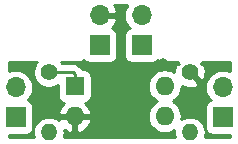
<source format=gbr>
G04 #@! TF.GenerationSoftware,KiCad,Pcbnew,(5.1.4)-1*
G04 #@! TF.CreationDate,2019-10-21T16:34:43-04:00*
G04 #@! TF.ProjectId,relay_ctrl_turbo,72656c61-795f-4637-9472-6c5f74757262,rev?*
G04 #@! TF.SameCoordinates,Original*
G04 #@! TF.FileFunction,Copper,L2,Bot*
G04 #@! TF.FilePolarity,Positive*
%FSLAX46Y46*%
G04 Gerber Fmt 4.6, Leading zero omitted, Abs format (unit mm)*
G04 Created by KiCad (PCBNEW (5.1.4)-1) date 2019-10-21 16:34:44*
%MOMM*%
%LPD*%
G04 APERTURE LIST*
%ADD10O,1.700000X1.700000*%
%ADD11R,1.700000X1.700000*%
%ADD12O,1.600000X1.600000*%
%ADD13R,1.600000X1.600000*%
%ADD14O,1.400000X1.400000*%
%ADD15C,1.400000*%
%ADD16C,0.800000*%
%ADD17C,0.250000*%
%ADD18C,0.254000*%
G04 APERTURE END LIST*
D10*
X160528000Y-40640000D03*
D11*
X160528000Y-43180000D03*
D12*
X162466000Y-46644000D03*
X154846000Y-49184000D03*
X162466000Y-49184000D03*
D13*
X154846000Y-46644000D03*
D14*
X152654000Y-50546000D03*
D15*
X152654000Y-45466000D03*
D14*
X164592000Y-50546000D03*
D15*
X164592000Y-45466000D03*
D10*
X149860000Y-46736000D03*
D11*
X149860000Y-49276000D03*
D10*
X167386000Y-46736000D03*
D11*
X167386000Y-49276000D03*
D10*
X156972000Y-40640000D03*
D11*
X156972000Y-43180000D03*
D16*
X164592000Y-48006000D03*
X166370000Y-44958000D03*
X162306000Y-44704000D03*
D17*
X153643949Y-45466000D02*
X152654000Y-45466000D01*
X154718000Y-45466000D02*
X153643949Y-45466000D01*
X154846000Y-45594000D02*
X154718000Y-45466000D01*
X154846000Y-46644000D02*
X154846000Y-45594000D01*
D18*
G36*
X167996000Y-45378229D02*
G01*
X167957034Y-45357401D01*
X167677111Y-45272487D01*
X167458950Y-45251000D01*
X167313050Y-45251000D01*
X167094889Y-45272487D01*
X166814966Y-45357401D01*
X166556986Y-45495294D01*
X166330866Y-45680866D01*
X166145294Y-45906986D01*
X166007401Y-46164966D01*
X165922487Y-46444889D01*
X165893815Y-46736000D01*
X165922487Y-47027111D01*
X166007401Y-47307034D01*
X166145294Y-47565014D01*
X166330866Y-47791134D01*
X166360687Y-47815607D01*
X166291820Y-47836498D01*
X166181506Y-47895463D01*
X166084815Y-47974815D01*
X166005463Y-48071506D01*
X165946498Y-48181820D01*
X165910188Y-48301518D01*
X165897928Y-48426000D01*
X165897928Y-50126000D01*
X165910188Y-50250482D01*
X165946498Y-50370180D01*
X166005463Y-50480494D01*
X166084815Y-50577185D01*
X166181506Y-50656537D01*
X166291820Y-50715502D01*
X166411518Y-50751812D01*
X166536000Y-50764072D01*
X167996001Y-50764072D01*
X167996001Y-50902000D01*
X165879079Y-50902000D01*
X165907683Y-50807706D01*
X165933459Y-50546000D01*
X165907683Y-50284294D01*
X165831347Y-50032646D01*
X165707382Y-49800725D01*
X165540555Y-49597445D01*
X165337275Y-49430618D01*
X165105354Y-49306653D01*
X164853706Y-49230317D01*
X164657579Y-49211000D01*
X164526421Y-49211000D01*
X164330294Y-49230317D01*
X164078646Y-49306653D01*
X163885705Y-49409783D01*
X163907943Y-49184000D01*
X163880236Y-48902691D01*
X163798182Y-48632192D01*
X163664932Y-48382899D01*
X163485608Y-48164392D01*
X163267101Y-47985068D01*
X163134142Y-47914000D01*
X163267101Y-47842932D01*
X163485608Y-47663608D01*
X163664932Y-47445101D01*
X163798182Y-47195808D01*
X163880236Y-46925309D01*
X163907943Y-46644000D01*
X163903081Y-46594632D01*
X163909797Y-46621037D01*
X164148242Y-46731934D01*
X164403740Y-46794183D01*
X164666473Y-46805390D01*
X164926344Y-46765125D01*
X165173366Y-46674935D01*
X165274203Y-46621037D01*
X165333664Y-46387269D01*
X164592000Y-45645605D01*
X164577858Y-45659748D01*
X164398253Y-45480143D01*
X164412395Y-45466000D01*
X164398253Y-45451858D01*
X164577858Y-45272253D01*
X164592000Y-45286395D01*
X164606143Y-45272253D01*
X164785748Y-45451858D01*
X164771605Y-45466000D01*
X165513269Y-46207664D01*
X165747037Y-46148203D01*
X165857934Y-45909758D01*
X165920183Y-45654260D01*
X165931390Y-45391527D01*
X165891125Y-45131656D01*
X165800935Y-44884634D01*
X165747037Y-44783797D01*
X165513271Y-44724337D01*
X165629925Y-44607683D01*
X165624242Y-44602000D01*
X167996000Y-44602000D01*
X167996000Y-45378229D01*
X167996000Y-45378229D01*
G37*
X167996000Y-45378229D02*
X167957034Y-45357401D01*
X167677111Y-45272487D01*
X167458950Y-45251000D01*
X167313050Y-45251000D01*
X167094889Y-45272487D01*
X166814966Y-45357401D01*
X166556986Y-45495294D01*
X166330866Y-45680866D01*
X166145294Y-45906986D01*
X166007401Y-46164966D01*
X165922487Y-46444889D01*
X165893815Y-46736000D01*
X165922487Y-47027111D01*
X166007401Y-47307034D01*
X166145294Y-47565014D01*
X166330866Y-47791134D01*
X166360687Y-47815607D01*
X166291820Y-47836498D01*
X166181506Y-47895463D01*
X166084815Y-47974815D01*
X166005463Y-48071506D01*
X165946498Y-48181820D01*
X165910188Y-48301518D01*
X165897928Y-48426000D01*
X165897928Y-50126000D01*
X165910188Y-50250482D01*
X165946498Y-50370180D01*
X166005463Y-50480494D01*
X166084815Y-50577185D01*
X166181506Y-50656537D01*
X166291820Y-50715502D01*
X166411518Y-50751812D01*
X166536000Y-50764072D01*
X167996001Y-50764072D01*
X167996001Y-50902000D01*
X165879079Y-50902000D01*
X165907683Y-50807706D01*
X165933459Y-50546000D01*
X165907683Y-50284294D01*
X165831347Y-50032646D01*
X165707382Y-49800725D01*
X165540555Y-49597445D01*
X165337275Y-49430618D01*
X165105354Y-49306653D01*
X164853706Y-49230317D01*
X164657579Y-49211000D01*
X164526421Y-49211000D01*
X164330294Y-49230317D01*
X164078646Y-49306653D01*
X163885705Y-49409783D01*
X163907943Y-49184000D01*
X163880236Y-48902691D01*
X163798182Y-48632192D01*
X163664932Y-48382899D01*
X163485608Y-48164392D01*
X163267101Y-47985068D01*
X163134142Y-47914000D01*
X163267101Y-47842932D01*
X163485608Y-47663608D01*
X163664932Y-47445101D01*
X163798182Y-47195808D01*
X163880236Y-46925309D01*
X163907943Y-46644000D01*
X163903081Y-46594632D01*
X163909797Y-46621037D01*
X164148242Y-46731934D01*
X164403740Y-46794183D01*
X164666473Y-46805390D01*
X164926344Y-46765125D01*
X165173366Y-46674935D01*
X165274203Y-46621037D01*
X165333664Y-46387269D01*
X164592000Y-45645605D01*
X164577858Y-45659748D01*
X164398253Y-45480143D01*
X164412395Y-45466000D01*
X164398253Y-45451858D01*
X164577858Y-45272253D01*
X164592000Y-45286395D01*
X164606143Y-45272253D01*
X164785748Y-45451858D01*
X164771605Y-45466000D01*
X165513269Y-46207664D01*
X165747037Y-46148203D01*
X165857934Y-45909758D01*
X165920183Y-45654260D01*
X165931390Y-45391527D01*
X165891125Y-45131656D01*
X165800935Y-44884634D01*
X165747037Y-44783797D01*
X165513271Y-44724337D01*
X165629925Y-44607683D01*
X165624242Y-44602000D01*
X167996000Y-44602000D01*
X167996000Y-45378229D01*
G36*
X159287294Y-39810986D02*
G01*
X159149401Y-40068966D01*
X159064487Y-40348889D01*
X159035815Y-40640000D01*
X159064487Y-40931111D01*
X159149401Y-41211034D01*
X159287294Y-41469014D01*
X159472866Y-41695134D01*
X159502687Y-41719607D01*
X159433820Y-41740498D01*
X159323506Y-41799463D01*
X159226815Y-41878815D01*
X159147463Y-41975506D01*
X159088498Y-42085820D01*
X159052188Y-42205518D01*
X159039928Y-42330000D01*
X159039928Y-44030000D01*
X159052188Y-44154482D01*
X159088498Y-44274180D01*
X159147463Y-44384494D01*
X159226815Y-44481185D01*
X159323506Y-44560537D01*
X159433820Y-44619502D01*
X159553518Y-44655812D01*
X159678000Y-44668072D01*
X161378000Y-44668072D01*
X161502482Y-44655812D01*
X161622180Y-44619502D01*
X161732494Y-44560537D01*
X161829185Y-44481185D01*
X161866795Y-44435357D01*
X161937550Y-44493425D01*
X162052207Y-44554710D01*
X162176617Y-44592450D01*
X162273581Y-44602000D01*
X162306000Y-44605193D01*
X162338419Y-44602000D01*
X163559758Y-44602000D01*
X163554075Y-44607683D01*
X163670729Y-44724337D01*
X163436963Y-44783797D01*
X163326066Y-45022242D01*
X163263817Y-45277740D01*
X163256912Y-45439622D01*
X163017808Y-45311818D01*
X162747309Y-45229764D01*
X162536492Y-45209000D01*
X162395508Y-45209000D01*
X162184691Y-45229764D01*
X161914192Y-45311818D01*
X161664899Y-45445068D01*
X161446392Y-45624392D01*
X161267068Y-45842899D01*
X161133818Y-46092192D01*
X161051764Y-46362691D01*
X161024057Y-46644000D01*
X161051764Y-46925309D01*
X161133818Y-47195808D01*
X161267068Y-47445101D01*
X161446392Y-47663608D01*
X161664899Y-47842932D01*
X161797858Y-47914000D01*
X161664899Y-47985068D01*
X161446392Y-48164392D01*
X161267068Y-48382899D01*
X161133818Y-48632192D01*
X161051764Y-48902691D01*
X161024057Y-49184000D01*
X161051764Y-49465309D01*
X161133818Y-49735808D01*
X161267068Y-49985101D01*
X161446392Y-50203608D01*
X161664899Y-50382932D01*
X161914192Y-50516182D01*
X162184691Y-50598236D01*
X162395508Y-50619000D01*
X162536492Y-50619000D01*
X162747309Y-50598236D01*
X163017808Y-50516182D01*
X163266574Y-50383214D01*
X163250541Y-50546000D01*
X163276317Y-50807706D01*
X163304921Y-50902000D01*
X153941079Y-50902000D01*
X153969683Y-50807706D01*
X153995459Y-50546000D01*
X153973239Y-50320398D01*
X153990869Y-50336385D01*
X154232119Y-50481070D01*
X154496960Y-50575909D01*
X154719000Y-50454624D01*
X154719000Y-49311000D01*
X154973000Y-49311000D01*
X154973000Y-50454624D01*
X155195040Y-50575909D01*
X155459881Y-50481070D01*
X155701131Y-50336385D01*
X155909519Y-50147414D01*
X156077037Y-49921420D01*
X156197246Y-49667087D01*
X156237904Y-49533039D01*
X156115915Y-49311000D01*
X154973000Y-49311000D01*
X154719000Y-49311000D01*
X153576085Y-49311000D01*
X153475843Y-49493456D01*
X153399275Y-49430618D01*
X153167354Y-49306653D01*
X152915706Y-49230317D01*
X152719579Y-49211000D01*
X152588421Y-49211000D01*
X152392294Y-49230317D01*
X152140646Y-49306653D01*
X151908725Y-49430618D01*
X151705445Y-49597445D01*
X151538618Y-49800725D01*
X151414653Y-50032646D01*
X151338317Y-50284294D01*
X151312541Y-50546000D01*
X151338317Y-50807706D01*
X151366921Y-50902000D01*
X149250000Y-50902000D01*
X149250000Y-50764072D01*
X150710000Y-50764072D01*
X150834482Y-50751812D01*
X150954180Y-50715502D01*
X151064494Y-50656537D01*
X151161185Y-50577185D01*
X151240537Y-50480494D01*
X151299502Y-50370180D01*
X151335812Y-50250482D01*
X151348072Y-50126000D01*
X151348072Y-48426000D01*
X151335812Y-48301518D01*
X151299502Y-48181820D01*
X151240537Y-48071506D01*
X151161185Y-47974815D01*
X151064494Y-47895463D01*
X150954180Y-47836498D01*
X150885313Y-47815607D01*
X150915134Y-47791134D01*
X151100706Y-47565014D01*
X151238599Y-47307034D01*
X151323513Y-47027111D01*
X151352185Y-46736000D01*
X151323513Y-46444889D01*
X151238599Y-46164966D01*
X151100706Y-45906986D01*
X150915134Y-45680866D01*
X150689014Y-45495294D01*
X150431034Y-45357401D01*
X150151111Y-45272487D01*
X149932950Y-45251000D01*
X149787050Y-45251000D01*
X149568889Y-45272487D01*
X149288966Y-45357401D01*
X149250000Y-45378229D01*
X149250000Y-44602000D01*
X151630025Y-44602000D01*
X151617038Y-44614987D01*
X151470939Y-44833641D01*
X151370304Y-45076595D01*
X151319000Y-45334514D01*
X151319000Y-45597486D01*
X151370304Y-45855405D01*
X151470939Y-46098359D01*
X151617038Y-46317013D01*
X151802987Y-46502962D01*
X152021641Y-46649061D01*
X152264595Y-46749696D01*
X152522514Y-46801000D01*
X152785486Y-46801000D01*
X153043405Y-46749696D01*
X153286359Y-46649061D01*
X153407928Y-46567832D01*
X153407928Y-47444000D01*
X153420188Y-47568482D01*
X153456498Y-47688180D01*
X153515463Y-47798494D01*
X153594815Y-47895185D01*
X153691506Y-47974537D01*
X153801820Y-48033502D01*
X153921518Y-48069812D01*
X153946080Y-48072231D01*
X153782481Y-48220586D01*
X153614963Y-48446580D01*
X153494754Y-48700913D01*
X153454096Y-48834961D01*
X153576085Y-49057000D01*
X154719000Y-49057000D01*
X154719000Y-49037000D01*
X154973000Y-49037000D01*
X154973000Y-49057000D01*
X156115915Y-49057000D01*
X156237904Y-48834961D01*
X156197246Y-48700913D01*
X156077037Y-48446580D01*
X155909519Y-48220586D01*
X155745920Y-48072231D01*
X155770482Y-48069812D01*
X155890180Y-48033502D01*
X156000494Y-47974537D01*
X156097185Y-47895185D01*
X156176537Y-47798494D01*
X156235502Y-47688180D01*
X156271812Y-47568482D01*
X156284072Y-47444000D01*
X156284072Y-45844000D01*
X156271812Y-45719518D01*
X156235502Y-45599820D01*
X156176537Y-45489506D01*
X156097185Y-45392815D01*
X156000494Y-45313463D01*
X155890180Y-45254498D01*
X155770482Y-45218188D01*
X155646000Y-45205928D01*
X155500326Y-45205928D01*
X155480974Y-45169724D01*
X155386001Y-45053999D01*
X155356997Y-45030196D01*
X155281804Y-44955003D01*
X155258001Y-44925999D01*
X155142276Y-44831026D01*
X155010247Y-44760454D01*
X154866986Y-44716997D01*
X154755333Y-44706000D01*
X154755322Y-44706000D01*
X154718000Y-44702324D01*
X154680678Y-44706000D01*
X153751775Y-44706000D01*
X153690962Y-44614987D01*
X153677975Y-44602000D01*
X155161581Y-44602000D01*
X155194000Y-44605193D01*
X155226419Y-44602000D01*
X155323383Y-44592450D01*
X155447793Y-44554710D01*
X155562450Y-44493425D01*
X155633205Y-44435357D01*
X155670815Y-44481185D01*
X155767506Y-44560537D01*
X155877820Y-44619502D01*
X155997518Y-44655812D01*
X156122000Y-44668072D01*
X157822000Y-44668072D01*
X157946482Y-44655812D01*
X158066180Y-44619502D01*
X158176494Y-44560537D01*
X158273185Y-44481185D01*
X158352537Y-44384494D01*
X158411502Y-44274180D01*
X158447812Y-44154482D01*
X158460072Y-44030000D01*
X158460072Y-42330000D01*
X158447812Y-42205518D01*
X158411502Y-42085820D01*
X158352537Y-41975506D01*
X158273185Y-41878815D01*
X158176494Y-41799463D01*
X158066180Y-41740498D01*
X157985534Y-41716034D01*
X158069588Y-41640269D01*
X158243641Y-41406920D01*
X158368825Y-41144099D01*
X158413476Y-40996890D01*
X158292155Y-40767000D01*
X157099000Y-40767000D01*
X157099000Y-40787000D01*
X156845000Y-40787000D01*
X156845000Y-40767000D01*
X156825000Y-40767000D01*
X156825000Y-40513000D01*
X156845000Y-40513000D01*
X156845000Y-40493000D01*
X157099000Y-40493000D01*
X157099000Y-40513000D01*
X158292155Y-40513000D01*
X158413476Y-40283110D01*
X158368825Y-40135901D01*
X158243641Y-39873080D01*
X158171230Y-39776000D01*
X159316006Y-39776000D01*
X159287294Y-39810986D01*
X159287294Y-39810986D01*
G37*
X159287294Y-39810986D02*
X159149401Y-40068966D01*
X159064487Y-40348889D01*
X159035815Y-40640000D01*
X159064487Y-40931111D01*
X159149401Y-41211034D01*
X159287294Y-41469014D01*
X159472866Y-41695134D01*
X159502687Y-41719607D01*
X159433820Y-41740498D01*
X159323506Y-41799463D01*
X159226815Y-41878815D01*
X159147463Y-41975506D01*
X159088498Y-42085820D01*
X159052188Y-42205518D01*
X159039928Y-42330000D01*
X159039928Y-44030000D01*
X159052188Y-44154482D01*
X159088498Y-44274180D01*
X159147463Y-44384494D01*
X159226815Y-44481185D01*
X159323506Y-44560537D01*
X159433820Y-44619502D01*
X159553518Y-44655812D01*
X159678000Y-44668072D01*
X161378000Y-44668072D01*
X161502482Y-44655812D01*
X161622180Y-44619502D01*
X161732494Y-44560537D01*
X161829185Y-44481185D01*
X161866795Y-44435357D01*
X161937550Y-44493425D01*
X162052207Y-44554710D01*
X162176617Y-44592450D01*
X162273581Y-44602000D01*
X162306000Y-44605193D01*
X162338419Y-44602000D01*
X163559758Y-44602000D01*
X163554075Y-44607683D01*
X163670729Y-44724337D01*
X163436963Y-44783797D01*
X163326066Y-45022242D01*
X163263817Y-45277740D01*
X163256912Y-45439622D01*
X163017808Y-45311818D01*
X162747309Y-45229764D01*
X162536492Y-45209000D01*
X162395508Y-45209000D01*
X162184691Y-45229764D01*
X161914192Y-45311818D01*
X161664899Y-45445068D01*
X161446392Y-45624392D01*
X161267068Y-45842899D01*
X161133818Y-46092192D01*
X161051764Y-46362691D01*
X161024057Y-46644000D01*
X161051764Y-46925309D01*
X161133818Y-47195808D01*
X161267068Y-47445101D01*
X161446392Y-47663608D01*
X161664899Y-47842932D01*
X161797858Y-47914000D01*
X161664899Y-47985068D01*
X161446392Y-48164392D01*
X161267068Y-48382899D01*
X161133818Y-48632192D01*
X161051764Y-48902691D01*
X161024057Y-49184000D01*
X161051764Y-49465309D01*
X161133818Y-49735808D01*
X161267068Y-49985101D01*
X161446392Y-50203608D01*
X161664899Y-50382932D01*
X161914192Y-50516182D01*
X162184691Y-50598236D01*
X162395508Y-50619000D01*
X162536492Y-50619000D01*
X162747309Y-50598236D01*
X163017808Y-50516182D01*
X163266574Y-50383214D01*
X163250541Y-50546000D01*
X163276317Y-50807706D01*
X163304921Y-50902000D01*
X153941079Y-50902000D01*
X153969683Y-50807706D01*
X153995459Y-50546000D01*
X153973239Y-50320398D01*
X153990869Y-50336385D01*
X154232119Y-50481070D01*
X154496960Y-50575909D01*
X154719000Y-50454624D01*
X154719000Y-49311000D01*
X154973000Y-49311000D01*
X154973000Y-50454624D01*
X155195040Y-50575909D01*
X155459881Y-50481070D01*
X155701131Y-50336385D01*
X155909519Y-50147414D01*
X156077037Y-49921420D01*
X156197246Y-49667087D01*
X156237904Y-49533039D01*
X156115915Y-49311000D01*
X154973000Y-49311000D01*
X154719000Y-49311000D01*
X153576085Y-49311000D01*
X153475843Y-49493456D01*
X153399275Y-49430618D01*
X153167354Y-49306653D01*
X152915706Y-49230317D01*
X152719579Y-49211000D01*
X152588421Y-49211000D01*
X152392294Y-49230317D01*
X152140646Y-49306653D01*
X151908725Y-49430618D01*
X151705445Y-49597445D01*
X151538618Y-49800725D01*
X151414653Y-50032646D01*
X151338317Y-50284294D01*
X151312541Y-50546000D01*
X151338317Y-50807706D01*
X151366921Y-50902000D01*
X149250000Y-50902000D01*
X149250000Y-50764072D01*
X150710000Y-50764072D01*
X150834482Y-50751812D01*
X150954180Y-50715502D01*
X151064494Y-50656537D01*
X151161185Y-50577185D01*
X151240537Y-50480494D01*
X151299502Y-50370180D01*
X151335812Y-50250482D01*
X151348072Y-50126000D01*
X151348072Y-48426000D01*
X151335812Y-48301518D01*
X151299502Y-48181820D01*
X151240537Y-48071506D01*
X151161185Y-47974815D01*
X151064494Y-47895463D01*
X150954180Y-47836498D01*
X150885313Y-47815607D01*
X150915134Y-47791134D01*
X151100706Y-47565014D01*
X151238599Y-47307034D01*
X151323513Y-47027111D01*
X151352185Y-46736000D01*
X151323513Y-46444889D01*
X151238599Y-46164966D01*
X151100706Y-45906986D01*
X150915134Y-45680866D01*
X150689014Y-45495294D01*
X150431034Y-45357401D01*
X150151111Y-45272487D01*
X149932950Y-45251000D01*
X149787050Y-45251000D01*
X149568889Y-45272487D01*
X149288966Y-45357401D01*
X149250000Y-45378229D01*
X149250000Y-44602000D01*
X151630025Y-44602000D01*
X151617038Y-44614987D01*
X151470939Y-44833641D01*
X151370304Y-45076595D01*
X151319000Y-45334514D01*
X151319000Y-45597486D01*
X151370304Y-45855405D01*
X151470939Y-46098359D01*
X151617038Y-46317013D01*
X151802987Y-46502962D01*
X152021641Y-46649061D01*
X152264595Y-46749696D01*
X152522514Y-46801000D01*
X152785486Y-46801000D01*
X153043405Y-46749696D01*
X153286359Y-46649061D01*
X153407928Y-46567832D01*
X153407928Y-47444000D01*
X153420188Y-47568482D01*
X153456498Y-47688180D01*
X153515463Y-47798494D01*
X153594815Y-47895185D01*
X153691506Y-47974537D01*
X153801820Y-48033502D01*
X153921518Y-48069812D01*
X153946080Y-48072231D01*
X153782481Y-48220586D01*
X153614963Y-48446580D01*
X153494754Y-48700913D01*
X153454096Y-48834961D01*
X153576085Y-49057000D01*
X154719000Y-49057000D01*
X154719000Y-49037000D01*
X154973000Y-49037000D01*
X154973000Y-49057000D01*
X156115915Y-49057000D01*
X156237904Y-48834961D01*
X156197246Y-48700913D01*
X156077037Y-48446580D01*
X155909519Y-48220586D01*
X155745920Y-48072231D01*
X155770482Y-48069812D01*
X155890180Y-48033502D01*
X156000494Y-47974537D01*
X156097185Y-47895185D01*
X156176537Y-47798494D01*
X156235502Y-47688180D01*
X156271812Y-47568482D01*
X156284072Y-47444000D01*
X156284072Y-45844000D01*
X156271812Y-45719518D01*
X156235502Y-45599820D01*
X156176537Y-45489506D01*
X156097185Y-45392815D01*
X156000494Y-45313463D01*
X155890180Y-45254498D01*
X155770482Y-45218188D01*
X155646000Y-45205928D01*
X155500326Y-45205928D01*
X155480974Y-45169724D01*
X155386001Y-45053999D01*
X155356997Y-45030196D01*
X155281804Y-44955003D01*
X155258001Y-44925999D01*
X155142276Y-44831026D01*
X155010247Y-44760454D01*
X154866986Y-44716997D01*
X154755333Y-44706000D01*
X154755322Y-44706000D01*
X154718000Y-44702324D01*
X154680678Y-44706000D01*
X153751775Y-44706000D01*
X153690962Y-44614987D01*
X153677975Y-44602000D01*
X155161581Y-44602000D01*
X155194000Y-44605193D01*
X155226419Y-44602000D01*
X155323383Y-44592450D01*
X155447793Y-44554710D01*
X155562450Y-44493425D01*
X155633205Y-44435357D01*
X155670815Y-44481185D01*
X155767506Y-44560537D01*
X155877820Y-44619502D01*
X155997518Y-44655812D01*
X156122000Y-44668072D01*
X157822000Y-44668072D01*
X157946482Y-44655812D01*
X158066180Y-44619502D01*
X158176494Y-44560537D01*
X158273185Y-44481185D01*
X158352537Y-44384494D01*
X158411502Y-44274180D01*
X158447812Y-44154482D01*
X158460072Y-44030000D01*
X158460072Y-42330000D01*
X158447812Y-42205518D01*
X158411502Y-42085820D01*
X158352537Y-41975506D01*
X158273185Y-41878815D01*
X158176494Y-41799463D01*
X158066180Y-41740498D01*
X157985534Y-41716034D01*
X158069588Y-41640269D01*
X158243641Y-41406920D01*
X158368825Y-41144099D01*
X158413476Y-40996890D01*
X158292155Y-40767000D01*
X157099000Y-40767000D01*
X157099000Y-40787000D01*
X156845000Y-40787000D01*
X156845000Y-40767000D01*
X156825000Y-40767000D01*
X156825000Y-40513000D01*
X156845000Y-40513000D01*
X156845000Y-40493000D01*
X157099000Y-40493000D01*
X157099000Y-40513000D01*
X158292155Y-40513000D01*
X158413476Y-40283110D01*
X158368825Y-40135901D01*
X158243641Y-39873080D01*
X158171230Y-39776000D01*
X159316006Y-39776000D01*
X159287294Y-39810986D01*
M02*

</source>
